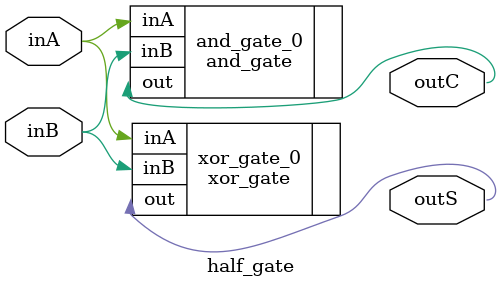
<source format=v>
`timescale 1ns / 1ps

module half_gate (
    input wire inA,
    input wire inB,
    output wire outS,
    output wire outC
);
    xor_gate xor_gate_0(
	.inA(inA),
	.inB(inB),
	.out(outS)
    );
    and_gate and_gate_0(
	.inA(inA),
	.inB(inB),
	.out(outC)
    );

endmodule

</source>
